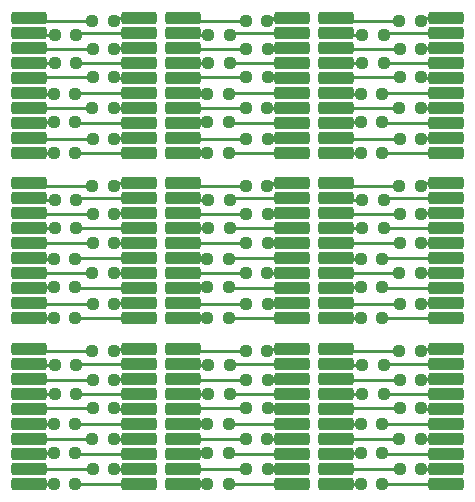
<source format=gtl>
G04 #@! TF.GenerationSoftware,KiCad,Pcbnew,7.0.7*
G04 #@! TF.CreationDate,2023-11-30T18:24:32+01:00*
G04 #@! TF.ProjectId,10K_RNet,31304b5f-524e-4657-942e-6b696361645f,rev?*
G04 #@! TF.SameCoordinates,Original*
G04 #@! TF.FileFunction,Copper,L1,Top*
G04 #@! TF.FilePolarity,Positive*
%FSLAX46Y46*%
G04 Gerber Fmt 4.6, Leading zero omitted, Abs format (unit mm)*
G04 Created by KiCad (PCBNEW 7.0.7) date 2023-11-30 18:24:32*
%MOMM*%
%LPD*%
G01*
G04 APERTURE LIST*
G04 Aperture macros list*
%AMRoundRect*
0 Rectangle with rounded corners*
0 $1 Rounding radius*
0 $2 $3 $4 $5 $6 $7 $8 $9 X,Y pos of 4 corners*
0 Add a 4 corners polygon primitive as box body*
4,1,4,$2,$3,$4,$5,$6,$7,$8,$9,$2,$3,0*
0 Add four circle primitives for the rounded corners*
1,1,$1+$1,$2,$3*
1,1,$1+$1,$4,$5*
1,1,$1+$1,$6,$7*
1,1,$1+$1,$8,$9*
0 Add four rect primitives between the rounded corners*
20,1,$1+$1,$2,$3,$4,$5,0*
20,1,$1+$1,$4,$5,$6,$7,0*
20,1,$1+$1,$6,$7,$8,$9,0*
20,1,$1+$1,$8,$9,$2,$3,0*%
G04 Aperture macros list end*
G04 #@! TA.AperFunction,SMDPad,CuDef*
%ADD10RoundRect,0.237500X-0.250000X-0.237500X0.250000X-0.237500X0.250000X0.237500X-0.250000X0.237500X0*%
G04 #@! TD*
G04 #@! TA.AperFunction,ComponentPad*
%ADD11RoundRect,0.275000X-1.225000X-0.275000X1.225000X-0.275000X1.225000X0.275000X-1.225000X0.275000X0*%
G04 #@! TD*
G04 #@! TA.AperFunction,Conductor*
%ADD12C,0.250000*%
G04 #@! TD*
G04 APERTURE END LIST*
D10*
X90887500Y-71000000D03*
X92712500Y-71000000D03*
X94087500Y-74600000D03*
X95912500Y-74600000D03*
X94037500Y-69800000D03*
X95862500Y-69800000D03*
X90787500Y-76000000D03*
X92612500Y-76000000D03*
X94087500Y-79800000D03*
X95912500Y-79800000D03*
X90887500Y-73400000D03*
X92712500Y-73400000D03*
D11*
X88700000Y-69570000D03*
X88700000Y-72110000D03*
X88700000Y-73380000D03*
X88700000Y-74650000D03*
X88700000Y-75920000D03*
X88700000Y-77190000D03*
X88700000Y-78460000D03*
X88700000Y-79730000D03*
X88700000Y-81000000D03*
X98000000Y-69570000D03*
X98000000Y-70840000D03*
X98000000Y-72110000D03*
X98000000Y-73380000D03*
X98000000Y-74650000D03*
X98000000Y-75920000D03*
X98000000Y-77190000D03*
X98000000Y-78460000D03*
X98000000Y-79730000D03*
X98000000Y-81000000D03*
X88700000Y-70840000D03*
D10*
X94087500Y-72200000D03*
X95912500Y-72200000D03*
X90787500Y-78400000D03*
X92612500Y-78400000D03*
X90787500Y-81000000D03*
X92612500Y-81000000D03*
X94037500Y-77200000D03*
X95862500Y-77200000D03*
X77887500Y-71000000D03*
X79712500Y-71000000D03*
X81087500Y-74600000D03*
X82912500Y-74600000D03*
X81037500Y-69800000D03*
X82862500Y-69800000D03*
X77787500Y-76000000D03*
X79612500Y-76000000D03*
X81087500Y-79800000D03*
X82912500Y-79800000D03*
X77887500Y-73400000D03*
X79712500Y-73400000D03*
D11*
X75700000Y-69570000D03*
X75700000Y-72110000D03*
X75700000Y-73380000D03*
X75700000Y-74650000D03*
X75700000Y-75920000D03*
X75700000Y-77190000D03*
X75700000Y-78460000D03*
X75700000Y-79730000D03*
X75700000Y-81000000D03*
X85000000Y-69570000D03*
X85000000Y-70840000D03*
X85000000Y-72110000D03*
X85000000Y-73380000D03*
X85000000Y-74650000D03*
X85000000Y-75920000D03*
X85000000Y-77190000D03*
X85000000Y-78460000D03*
X85000000Y-79730000D03*
X85000000Y-81000000D03*
X75700000Y-70840000D03*
D10*
X81087500Y-72200000D03*
X82912500Y-72200000D03*
X77787500Y-78400000D03*
X79612500Y-78400000D03*
X77787500Y-81000000D03*
X79612500Y-81000000D03*
X81037500Y-77200000D03*
X82862500Y-77200000D03*
X90887500Y-57000000D03*
X92712500Y-57000000D03*
X94087500Y-60600000D03*
X95912500Y-60600000D03*
X94037500Y-55800000D03*
X95862500Y-55800000D03*
X90787500Y-62000000D03*
X92612500Y-62000000D03*
X94087500Y-65800000D03*
X95912500Y-65800000D03*
X90887500Y-59400000D03*
X92712500Y-59400000D03*
D11*
X88700000Y-55570000D03*
X88700000Y-58110000D03*
X88700000Y-59380000D03*
X88700000Y-60650000D03*
X88700000Y-61920000D03*
X88700000Y-63190000D03*
X88700000Y-64460000D03*
X88700000Y-65730000D03*
X88700000Y-67000000D03*
X98000000Y-55570000D03*
X98000000Y-56840000D03*
X98000000Y-58110000D03*
X98000000Y-59380000D03*
X98000000Y-60650000D03*
X98000000Y-61920000D03*
X98000000Y-63190000D03*
X98000000Y-64460000D03*
X98000000Y-65730000D03*
X98000000Y-67000000D03*
X88700000Y-56840000D03*
D10*
X94087500Y-58200000D03*
X95912500Y-58200000D03*
X90787500Y-64400000D03*
X92612500Y-64400000D03*
X90787500Y-67000000D03*
X92612500Y-67000000D03*
X94037500Y-63200000D03*
X95862500Y-63200000D03*
X77887500Y-57000000D03*
X79712500Y-57000000D03*
X81087500Y-60600000D03*
X82912500Y-60600000D03*
X81037500Y-55800000D03*
X82862500Y-55800000D03*
X77787500Y-62000000D03*
X79612500Y-62000000D03*
X81087500Y-65800000D03*
X82912500Y-65800000D03*
X77887500Y-59400000D03*
X79712500Y-59400000D03*
D11*
X75700000Y-55570000D03*
X75700000Y-58110000D03*
X75700000Y-59380000D03*
X75700000Y-60650000D03*
X75700000Y-61920000D03*
X75700000Y-63190000D03*
X75700000Y-64460000D03*
X75700000Y-65730000D03*
X75700000Y-67000000D03*
X85000000Y-55570000D03*
X85000000Y-56840000D03*
X85000000Y-58110000D03*
X85000000Y-59380000D03*
X85000000Y-60650000D03*
X85000000Y-61920000D03*
X85000000Y-63190000D03*
X85000000Y-64460000D03*
X85000000Y-65730000D03*
X85000000Y-67000000D03*
X75700000Y-56840000D03*
D10*
X81087500Y-58200000D03*
X82912500Y-58200000D03*
X77787500Y-64400000D03*
X79612500Y-64400000D03*
X77787500Y-67000000D03*
X79612500Y-67000000D03*
X81037500Y-63200000D03*
X82862500Y-63200000D03*
X64887500Y-71000000D03*
X66712500Y-71000000D03*
X68087500Y-74600000D03*
X69912500Y-74600000D03*
X68037500Y-69800000D03*
X69862500Y-69800000D03*
X64787500Y-76000000D03*
X66612500Y-76000000D03*
X68087500Y-79800000D03*
X69912500Y-79800000D03*
X64887500Y-73400000D03*
X66712500Y-73400000D03*
D11*
X62700000Y-69570000D03*
X62700000Y-72110000D03*
X62700000Y-73380000D03*
X62700000Y-74650000D03*
X62700000Y-75920000D03*
X62700000Y-77190000D03*
X62700000Y-78460000D03*
X62700000Y-79730000D03*
X62700000Y-81000000D03*
X72000000Y-69570000D03*
X72000000Y-70840000D03*
X72000000Y-72110000D03*
X72000000Y-73380000D03*
X72000000Y-74650000D03*
X72000000Y-75920000D03*
X72000000Y-77190000D03*
X72000000Y-78460000D03*
X72000000Y-79730000D03*
X72000000Y-81000000D03*
X62700000Y-70840000D03*
D10*
X68087500Y-72200000D03*
X69912500Y-72200000D03*
X64787500Y-78400000D03*
X66612500Y-78400000D03*
X64787500Y-81000000D03*
X66612500Y-81000000D03*
X68037500Y-77200000D03*
X69862500Y-77200000D03*
X64887500Y-57000000D03*
X66712500Y-57000000D03*
X68087500Y-60600000D03*
X69912500Y-60600000D03*
X68037500Y-55800000D03*
X69862500Y-55800000D03*
X64787500Y-62000000D03*
X66612500Y-62000000D03*
X68087500Y-65800000D03*
X69912500Y-65800000D03*
X64887500Y-59400000D03*
X66712500Y-59400000D03*
D11*
X62700000Y-55570000D03*
X62700000Y-58110000D03*
X62700000Y-59380000D03*
X62700000Y-60650000D03*
X62700000Y-61920000D03*
X62700000Y-63190000D03*
X62700000Y-64460000D03*
X62700000Y-65730000D03*
X62700000Y-67000000D03*
X72000000Y-55570000D03*
X72000000Y-56840000D03*
X72000000Y-58110000D03*
X72000000Y-59380000D03*
X72000000Y-60650000D03*
X72000000Y-61920000D03*
X72000000Y-63190000D03*
X72000000Y-64460000D03*
X72000000Y-65730000D03*
X72000000Y-67000000D03*
X62700000Y-56840000D03*
D10*
X68087500Y-58200000D03*
X69912500Y-58200000D03*
X64787500Y-64400000D03*
X66612500Y-64400000D03*
X64787500Y-67000000D03*
X66612500Y-67000000D03*
X68037500Y-63200000D03*
X69862500Y-63200000D03*
X90887500Y-43000000D03*
X92712500Y-43000000D03*
X94087500Y-46600000D03*
X95912500Y-46600000D03*
X94037500Y-41800000D03*
X95862500Y-41800000D03*
X90787500Y-48000000D03*
X92612500Y-48000000D03*
X94087500Y-51800000D03*
X95912500Y-51800000D03*
X90887500Y-45400000D03*
X92712500Y-45400000D03*
D11*
X88700000Y-41570000D03*
X88700000Y-44110000D03*
X88700000Y-45380000D03*
X88700000Y-46650000D03*
X88700000Y-47920000D03*
X88700000Y-49190000D03*
X88700000Y-50460000D03*
X88700000Y-51730000D03*
X88700000Y-53000000D03*
X98000000Y-41570000D03*
X98000000Y-42840000D03*
X98000000Y-44110000D03*
X98000000Y-45380000D03*
X98000000Y-46650000D03*
X98000000Y-47920000D03*
X98000000Y-49190000D03*
X98000000Y-50460000D03*
X98000000Y-51730000D03*
X98000000Y-53000000D03*
X88700000Y-42840000D03*
D10*
X94087500Y-44200000D03*
X95912500Y-44200000D03*
X90787500Y-50400000D03*
X92612500Y-50400000D03*
X90787500Y-53000000D03*
X92612500Y-53000000D03*
X94037500Y-49200000D03*
X95862500Y-49200000D03*
X77887500Y-43000000D03*
X79712500Y-43000000D03*
X81087500Y-46600000D03*
X82912500Y-46600000D03*
X81037500Y-41800000D03*
X82862500Y-41800000D03*
X77787500Y-48000000D03*
X79612500Y-48000000D03*
X81087500Y-51800000D03*
X82912500Y-51800000D03*
X77887500Y-45400000D03*
X79712500Y-45400000D03*
D11*
X75700000Y-41570000D03*
X75700000Y-44110000D03*
X75700000Y-45380000D03*
X75700000Y-46650000D03*
X75700000Y-47920000D03*
X75700000Y-49190000D03*
X75700000Y-50460000D03*
X75700000Y-51730000D03*
X75700000Y-53000000D03*
X85000000Y-41570000D03*
X85000000Y-42840000D03*
X85000000Y-44110000D03*
X85000000Y-45380000D03*
X85000000Y-46650000D03*
X85000000Y-47920000D03*
X85000000Y-49190000D03*
X85000000Y-50460000D03*
X85000000Y-51730000D03*
X85000000Y-53000000D03*
X75700000Y-42840000D03*
D10*
X81087500Y-44200000D03*
X82912500Y-44200000D03*
X77787500Y-50400000D03*
X79612500Y-50400000D03*
X77787500Y-53000000D03*
X79612500Y-53000000D03*
X81037500Y-49200000D03*
X82862500Y-49200000D03*
X68037500Y-49200000D03*
X69862500Y-49200000D03*
X64787500Y-53000000D03*
X66612500Y-53000000D03*
X64787500Y-50400000D03*
X66612500Y-50400000D03*
X64887500Y-43000000D03*
X66712500Y-43000000D03*
X68087500Y-44200000D03*
X69912500Y-44200000D03*
X68087500Y-51800000D03*
X69912500Y-51800000D03*
D11*
X62700000Y-41570000D03*
X62700000Y-44110000D03*
X62700000Y-45380000D03*
X62700000Y-46650000D03*
X62700000Y-47920000D03*
X62700000Y-49190000D03*
X62700000Y-50460000D03*
X62700000Y-51730000D03*
X62700000Y-53000000D03*
X72000000Y-41570000D03*
X72000000Y-42840000D03*
X72000000Y-44110000D03*
X72000000Y-45380000D03*
X72000000Y-46650000D03*
X72000000Y-47920000D03*
X72000000Y-49190000D03*
X72000000Y-50460000D03*
X72000000Y-51730000D03*
X72000000Y-53000000D03*
X62700000Y-42840000D03*
D10*
X68037500Y-41800000D03*
X69862500Y-41800000D03*
X64887500Y-45400000D03*
X66712500Y-45400000D03*
X68087500Y-46600000D03*
X69912500Y-46600000D03*
X64787500Y-48000000D03*
X66612500Y-48000000D03*
D12*
X92872500Y-70840000D02*
X92712500Y-71000000D01*
X98000000Y-70840000D02*
X92872500Y-70840000D01*
X97970000Y-69600000D02*
X98000000Y-69570000D01*
X98000000Y-69570000D02*
X96342500Y-69570000D01*
X96342500Y-69570000D02*
X96112500Y-69800000D01*
X90687500Y-81000000D02*
X88700000Y-81000000D01*
X96162500Y-74650000D02*
X96112500Y-74600000D01*
X98000000Y-79730000D02*
X95982500Y-79730000D01*
X98000000Y-77190000D02*
X95922500Y-77190000D01*
X92592500Y-75920000D02*
X92512500Y-76000000D01*
X90687500Y-76000000D02*
X88780000Y-76000000D01*
X88750000Y-74600000D02*
X88700000Y-74650000D01*
X94087500Y-79800000D02*
X88770000Y-79800000D01*
X95922500Y-77190000D02*
X95912500Y-77200000D01*
X96202500Y-72110000D02*
X96112500Y-72200000D01*
X98000000Y-78460000D02*
X92572500Y-78460000D01*
X88760000Y-78400000D02*
X88700000Y-78460000D01*
X88710000Y-77200000D02*
X88700000Y-77190000D01*
X90687500Y-78400000D02*
X88760000Y-78400000D01*
X88770000Y-79800000D02*
X88700000Y-79730000D01*
X88780000Y-76000000D02*
X88700000Y-75920000D01*
X92732500Y-73380000D02*
X92712500Y-73400000D01*
X88790000Y-72200000D02*
X88700000Y-72110000D01*
X98000000Y-73380000D02*
X92732500Y-73380000D01*
X92572500Y-78460000D02*
X92512500Y-78400000D01*
X98000000Y-72110000D02*
X96202500Y-72110000D01*
X98000000Y-75920000D02*
X92592500Y-75920000D01*
X98000000Y-74650000D02*
X96162500Y-74650000D01*
X88720000Y-73400000D02*
X88700000Y-73380000D01*
X88860000Y-71000000D02*
X88700000Y-70840000D01*
X94287500Y-72200000D02*
X88790000Y-72200000D01*
X94287500Y-74600000D02*
X88750000Y-74600000D01*
X90887500Y-71000000D02*
X88860000Y-71000000D01*
X88930000Y-69800000D02*
X88700000Y-69570000D01*
X94087500Y-77200000D02*
X88710000Y-77200000D01*
X98000000Y-81000000D02*
X92512500Y-81000000D01*
X95982500Y-79730000D02*
X95912500Y-79800000D01*
X94287500Y-69800000D02*
X88930000Y-69800000D01*
X90887500Y-73400000D02*
X88720000Y-73400000D01*
X79872500Y-70840000D02*
X79712500Y-71000000D01*
X85000000Y-70840000D02*
X79872500Y-70840000D01*
X84970000Y-69600000D02*
X85000000Y-69570000D01*
X85000000Y-69570000D02*
X83342500Y-69570000D01*
X83342500Y-69570000D02*
X83112500Y-69800000D01*
X77687500Y-81000000D02*
X75700000Y-81000000D01*
X83162500Y-74650000D02*
X83112500Y-74600000D01*
X85000000Y-79730000D02*
X82982500Y-79730000D01*
X85000000Y-77190000D02*
X82922500Y-77190000D01*
X79592500Y-75920000D02*
X79512500Y-76000000D01*
X77687500Y-76000000D02*
X75780000Y-76000000D01*
X75750000Y-74600000D02*
X75700000Y-74650000D01*
X81087500Y-79800000D02*
X75770000Y-79800000D01*
X82922500Y-77190000D02*
X82912500Y-77200000D01*
X83202500Y-72110000D02*
X83112500Y-72200000D01*
X85000000Y-78460000D02*
X79572500Y-78460000D01*
X75760000Y-78400000D02*
X75700000Y-78460000D01*
X75710000Y-77200000D02*
X75700000Y-77190000D01*
X77687500Y-78400000D02*
X75760000Y-78400000D01*
X75770000Y-79800000D02*
X75700000Y-79730000D01*
X75780000Y-76000000D02*
X75700000Y-75920000D01*
X79732500Y-73380000D02*
X79712500Y-73400000D01*
X75790000Y-72200000D02*
X75700000Y-72110000D01*
X85000000Y-73380000D02*
X79732500Y-73380000D01*
X79572500Y-78460000D02*
X79512500Y-78400000D01*
X85000000Y-72110000D02*
X83202500Y-72110000D01*
X85000000Y-75920000D02*
X79592500Y-75920000D01*
X85000000Y-74650000D02*
X83162500Y-74650000D01*
X75720000Y-73400000D02*
X75700000Y-73380000D01*
X75860000Y-71000000D02*
X75700000Y-70840000D01*
X81287500Y-72200000D02*
X75790000Y-72200000D01*
X81287500Y-74600000D02*
X75750000Y-74600000D01*
X77887500Y-71000000D02*
X75860000Y-71000000D01*
X75930000Y-69800000D02*
X75700000Y-69570000D01*
X81087500Y-77200000D02*
X75710000Y-77200000D01*
X85000000Y-81000000D02*
X79512500Y-81000000D01*
X82982500Y-79730000D02*
X82912500Y-79800000D01*
X81287500Y-69800000D02*
X75930000Y-69800000D01*
X77887500Y-73400000D02*
X75720000Y-73400000D01*
X92872500Y-56840000D02*
X92712500Y-57000000D01*
X98000000Y-56840000D02*
X92872500Y-56840000D01*
X97970000Y-55600000D02*
X98000000Y-55570000D01*
X98000000Y-55570000D02*
X96342500Y-55570000D01*
X96342500Y-55570000D02*
X96112500Y-55800000D01*
X90687500Y-67000000D02*
X88700000Y-67000000D01*
X96162500Y-60650000D02*
X96112500Y-60600000D01*
X98000000Y-65730000D02*
X95982500Y-65730000D01*
X98000000Y-63190000D02*
X95922500Y-63190000D01*
X92592500Y-61920000D02*
X92512500Y-62000000D01*
X90687500Y-62000000D02*
X88780000Y-62000000D01*
X88750000Y-60600000D02*
X88700000Y-60650000D01*
X94087500Y-65800000D02*
X88770000Y-65800000D01*
X95922500Y-63190000D02*
X95912500Y-63200000D01*
X96202500Y-58110000D02*
X96112500Y-58200000D01*
X98000000Y-64460000D02*
X92572500Y-64460000D01*
X88760000Y-64400000D02*
X88700000Y-64460000D01*
X88710000Y-63200000D02*
X88700000Y-63190000D01*
X90687500Y-64400000D02*
X88760000Y-64400000D01*
X88770000Y-65800000D02*
X88700000Y-65730000D01*
X88780000Y-62000000D02*
X88700000Y-61920000D01*
X92732500Y-59380000D02*
X92712500Y-59400000D01*
X88790000Y-58200000D02*
X88700000Y-58110000D01*
X98000000Y-59380000D02*
X92732500Y-59380000D01*
X92572500Y-64460000D02*
X92512500Y-64400000D01*
X98000000Y-58110000D02*
X96202500Y-58110000D01*
X98000000Y-61920000D02*
X92592500Y-61920000D01*
X98000000Y-60650000D02*
X96162500Y-60650000D01*
X88720000Y-59400000D02*
X88700000Y-59380000D01*
X88860000Y-57000000D02*
X88700000Y-56840000D01*
X94287500Y-58200000D02*
X88790000Y-58200000D01*
X94287500Y-60600000D02*
X88750000Y-60600000D01*
X90887500Y-57000000D02*
X88860000Y-57000000D01*
X88930000Y-55800000D02*
X88700000Y-55570000D01*
X94087500Y-63200000D02*
X88710000Y-63200000D01*
X98000000Y-67000000D02*
X92512500Y-67000000D01*
X95982500Y-65730000D02*
X95912500Y-65800000D01*
X94287500Y-55800000D02*
X88930000Y-55800000D01*
X90887500Y-59400000D02*
X88720000Y-59400000D01*
X79872500Y-56840000D02*
X79712500Y-57000000D01*
X85000000Y-56840000D02*
X79872500Y-56840000D01*
X84970000Y-55600000D02*
X85000000Y-55570000D01*
X85000000Y-55570000D02*
X83342500Y-55570000D01*
X83342500Y-55570000D02*
X83112500Y-55800000D01*
X77687500Y-67000000D02*
X75700000Y-67000000D01*
X83162500Y-60650000D02*
X83112500Y-60600000D01*
X85000000Y-65730000D02*
X82982500Y-65730000D01*
X85000000Y-63190000D02*
X82922500Y-63190000D01*
X79592500Y-61920000D02*
X79512500Y-62000000D01*
X77687500Y-62000000D02*
X75780000Y-62000000D01*
X75750000Y-60600000D02*
X75700000Y-60650000D01*
X81087500Y-65800000D02*
X75770000Y-65800000D01*
X82922500Y-63190000D02*
X82912500Y-63200000D01*
X83202500Y-58110000D02*
X83112500Y-58200000D01*
X85000000Y-64460000D02*
X79572500Y-64460000D01*
X75760000Y-64400000D02*
X75700000Y-64460000D01*
X75710000Y-63200000D02*
X75700000Y-63190000D01*
X77687500Y-64400000D02*
X75760000Y-64400000D01*
X75770000Y-65800000D02*
X75700000Y-65730000D01*
X75780000Y-62000000D02*
X75700000Y-61920000D01*
X79732500Y-59380000D02*
X79712500Y-59400000D01*
X75790000Y-58200000D02*
X75700000Y-58110000D01*
X85000000Y-59380000D02*
X79732500Y-59380000D01*
X79572500Y-64460000D02*
X79512500Y-64400000D01*
X85000000Y-58110000D02*
X83202500Y-58110000D01*
X85000000Y-61920000D02*
X79592500Y-61920000D01*
X85000000Y-60650000D02*
X83162500Y-60650000D01*
X75720000Y-59400000D02*
X75700000Y-59380000D01*
X75860000Y-57000000D02*
X75700000Y-56840000D01*
X81287500Y-58200000D02*
X75790000Y-58200000D01*
X81287500Y-60600000D02*
X75750000Y-60600000D01*
X77887500Y-57000000D02*
X75860000Y-57000000D01*
X75930000Y-55800000D02*
X75700000Y-55570000D01*
X81087500Y-63200000D02*
X75710000Y-63200000D01*
X85000000Y-67000000D02*
X79512500Y-67000000D01*
X82982500Y-65730000D02*
X82912500Y-65800000D01*
X81287500Y-55800000D02*
X75930000Y-55800000D01*
X77887500Y-59400000D02*
X75720000Y-59400000D01*
X66872500Y-70840000D02*
X66712500Y-71000000D01*
X72000000Y-70840000D02*
X66872500Y-70840000D01*
X71970000Y-69600000D02*
X72000000Y-69570000D01*
X72000000Y-69570000D02*
X70342500Y-69570000D01*
X70342500Y-69570000D02*
X70112500Y-69800000D01*
X64687500Y-81000000D02*
X62700000Y-81000000D01*
X70162500Y-74650000D02*
X70112500Y-74600000D01*
X72000000Y-79730000D02*
X69982500Y-79730000D01*
X72000000Y-77190000D02*
X69922500Y-77190000D01*
X66592500Y-75920000D02*
X66512500Y-76000000D01*
X64687500Y-76000000D02*
X62780000Y-76000000D01*
X62750000Y-74600000D02*
X62700000Y-74650000D01*
X68087500Y-79800000D02*
X62770000Y-79800000D01*
X69922500Y-77190000D02*
X69912500Y-77200000D01*
X70202500Y-72110000D02*
X70112500Y-72200000D01*
X72000000Y-78460000D02*
X66572500Y-78460000D01*
X62760000Y-78400000D02*
X62700000Y-78460000D01*
X62710000Y-77200000D02*
X62700000Y-77190000D01*
X64687500Y-78400000D02*
X62760000Y-78400000D01*
X62770000Y-79800000D02*
X62700000Y-79730000D01*
X62780000Y-76000000D02*
X62700000Y-75920000D01*
X66732500Y-73380000D02*
X66712500Y-73400000D01*
X62790000Y-72200000D02*
X62700000Y-72110000D01*
X72000000Y-73380000D02*
X66732500Y-73380000D01*
X66572500Y-78460000D02*
X66512500Y-78400000D01*
X72000000Y-72110000D02*
X70202500Y-72110000D01*
X72000000Y-75920000D02*
X66592500Y-75920000D01*
X72000000Y-74650000D02*
X70162500Y-74650000D01*
X62720000Y-73400000D02*
X62700000Y-73380000D01*
X62860000Y-71000000D02*
X62700000Y-70840000D01*
X68287500Y-72200000D02*
X62790000Y-72200000D01*
X68287500Y-74600000D02*
X62750000Y-74600000D01*
X64887500Y-71000000D02*
X62860000Y-71000000D01*
X62930000Y-69800000D02*
X62700000Y-69570000D01*
X68087500Y-77200000D02*
X62710000Y-77200000D01*
X72000000Y-81000000D02*
X66512500Y-81000000D01*
X69982500Y-79730000D02*
X69912500Y-79800000D01*
X68287500Y-69800000D02*
X62930000Y-69800000D01*
X64887500Y-73400000D02*
X62720000Y-73400000D01*
X66872500Y-56840000D02*
X66712500Y-57000000D01*
X72000000Y-56840000D02*
X66872500Y-56840000D01*
X71970000Y-55600000D02*
X72000000Y-55570000D01*
X72000000Y-55570000D02*
X70342500Y-55570000D01*
X70342500Y-55570000D02*
X70112500Y-55800000D01*
X64687500Y-67000000D02*
X62700000Y-67000000D01*
X70162500Y-60650000D02*
X70112500Y-60600000D01*
X72000000Y-65730000D02*
X69982500Y-65730000D01*
X72000000Y-63190000D02*
X69922500Y-63190000D01*
X66592500Y-61920000D02*
X66512500Y-62000000D01*
X64687500Y-62000000D02*
X62780000Y-62000000D01*
X62750000Y-60600000D02*
X62700000Y-60650000D01*
X68087500Y-65800000D02*
X62770000Y-65800000D01*
X69922500Y-63190000D02*
X69912500Y-63200000D01*
X70202500Y-58110000D02*
X70112500Y-58200000D01*
X72000000Y-64460000D02*
X66572500Y-64460000D01*
X62760000Y-64400000D02*
X62700000Y-64460000D01*
X62710000Y-63200000D02*
X62700000Y-63190000D01*
X64687500Y-64400000D02*
X62760000Y-64400000D01*
X62770000Y-65800000D02*
X62700000Y-65730000D01*
X62780000Y-62000000D02*
X62700000Y-61920000D01*
X66732500Y-59380000D02*
X66712500Y-59400000D01*
X62790000Y-58200000D02*
X62700000Y-58110000D01*
X72000000Y-59380000D02*
X66732500Y-59380000D01*
X66572500Y-64460000D02*
X66512500Y-64400000D01*
X72000000Y-58110000D02*
X70202500Y-58110000D01*
X72000000Y-61920000D02*
X66592500Y-61920000D01*
X72000000Y-60650000D02*
X70162500Y-60650000D01*
X62720000Y-59400000D02*
X62700000Y-59380000D01*
X62860000Y-57000000D02*
X62700000Y-56840000D01*
X68287500Y-58200000D02*
X62790000Y-58200000D01*
X68287500Y-60600000D02*
X62750000Y-60600000D01*
X64887500Y-57000000D02*
X62860000Y-57000000D01*
X62930000Y-55800000D02*
X62700000Y-55570000D01*
X68087500Y-63200000D02*
X62710000Y-63200000D01*
X72000000Y-67000000D02*
X66512500Y-67000000D01*
X69982500Y-65730000D02*
X69912500Y-65800000D01*
X68287500Y-55800000D02*
X62930000Y-55800000D01*
X64887500Y-59400000D02*
X62720000Y-59400000D01*
X92872500Y-42840000D02*
X92712500Y-43000000D01*
X98000000Y-42840000D02*
X92872500Y-42840000D01*
X97970000Y-41600000D02*
X98000000Y-41570000D01*
X98000000Y-41570000D02*
X96342500Y-41570000D01*
X96342500Y-41570000D02*
X96112500Y-41800000D01*
X90687500Y-53000000D02*
X88700000Y-53000000D01*
X96162500Y-46650000D02*
X96112500Y-46600000D01*
X98000000Y-51730000D02*
X95982500Y-51730000D01*
X98000000Y-49190000D02*
X95922500Y-49190000D01*
X92592500Y-47920000D02*
X92512500Y-48000000D01*
X90687500Y-48000000D02*
X88780000Y-48000000D01*
X88750000Y-46600000D02*
X88700000Y-46650000D01*
X94087500Y-51800000D02*
X88770000Y-51800000D01*
X95922500Y-49190000D02*
X95912500Y-49200000D01*
X96202500Y-44110000D02*
X96112500Y-44200000D01*
X98000000Y-50460000D02*
X92572500Y-50460000D01*
X88760000Y-50400000D02*
X88700000Y-50460000D01*
X88710000Y-49200000D02*
X88700000Y-49190000D01*
X90687500Y-50400000D02*
X88760000Y-50400000D01*
X88770000Y-51800000D02*
X88700000Y-51730000D01*
X88780000Y-48000000D02*
X88700000Y-47920000D01*
X92732500Y-45380000D02*
X92712500Y-45400000D01*
X88790000Y-44200000D02*
X88700000Y-44110000D01*
X98000000Y-45380000D02*
X92732500Y-45380000D01*
X92572500Y-50460000D02*
X92512500Y-50400000D01*
X98000000Y-44110000D02*
X96202500Y-44110000D01*
X98000000Y-47920000D02*
X92592500Y-47920000D01*
X98000000Y-46650000D02*
X96162500Y-46650000D01*
X88720000Y-45400000D02*
X88700000Y-45380000D01*
X88860000Y-43000000D02*
X88700000Y-42840000D01*
X94287500Y-44200000D02*
X88790000Y-44200000D01*
X94287500Y-46600000D02*
X88750000Y-46600000D01*
X90887500Y-43000000D02*
X88860000Y-43000000D01*
X88930000Y-41800000D02*
X88700000Y-41570000D01*
X94087500Y-49200000D02*
X88710000Y-49200000D01*
X98000000Y-53000000D02*
X92512500Y-53000000D01*
X95982500Y-51730000D02*
X95912500Y-51800000D01*
X94287500Y-41800000D02*
X88930000Y-41800000D01*
X90887500Y-45400000D02*
X88720000Y-45400000D01*
X79872500Y-42840000D02*
X79712500Y-43000000D01*
X85000000Y-42840000D02*
X79872500Y-42840000D01*
X84970000Y-41600000D02*
X85000000Y-41570000D01*
X85000000Y-41570000D02*
X83342500Y-41570000D01*
X83342500Y-41570000D02*
X83112500Y-41800000D01*
X77687500Y-53000000D02*
X75700000Y-53000000D01*
X83162500Y-46650000D02*
X83112500Y-46600000D01*
X85000000Y-51730000D02*
X82982500Y-51730000D01*
X85000000Y-49190000D02*
X82922500Y-49190000D01*
X79592500Y-47920000D02*
X79512500Y-48000000D01*
X77687500Y-48000000D02*
X75780000Y-48000000D01*
X75750000Y-46600000D02*
X75700000Y-46650000D01*
X81087500Y-51800000D02*
X75770000Y-51800000D01*
X82922500Y-49190000D02*
X82912500Y-49200000D01*
X83202500Y-44110000D02*
X83112500Y-44200000D01*
X85000000Y-50460000D02*
X79572500Y-50460000D01*
X75760000Y-50400000D02*
X75700000Y-50460000D01*
X75710000Y-49200000D02*
X75700000Y-49190000D01*
X77687500Y-50400000D02*
X75760000Y-50400000D01*
X75770000Y-51800000D02*
X75700000Y-51730000D01*
X75780000Y-48000000D02*
X75700000Y-47920000D01*
X79732500Y-45380000D02*
X79712500Y-45400000D01*
X75790000Y-44200000D02*
X75700000Y-44110000D01*
X85000000Y-45380000D02*
X79732500Y-45380000D01*
X79572500Y-50460000D02*
X79512500Y-50400000D01*
X85000000Y-44110000D02*
X83202500Y-44110000D01*
X85000000Y-47920000D02*
X79592500Y-47920000D01*
X85000000Y-46650000D02*
X83162500Y-46650000D01*
X75720000Y-45400000D02*
X75700000Y-45380000D01*
X75860000Y-43000000D02*
X75700000Y-42840000D01*
X81287500Y-44200000D02*
X75790000Y-44200000D01*
X81287500Y-46600000D02*
X75750000Y-46600000D01*
X77887500Y-43000000D02*
X75860000Y-43000000D01*
X75930000Y-41800000D02*
X75700000Y-41570000D01*
X81087500Y-49200000D02*
X75710000Y-49200000D01*
X85000000Y-53000000D02*
X79512500Y-53000000D01*
X82982500Y-51730000D02*
X82912500Y-51800000D01*
X81287500Y-41800000D02*
X75930000Y-41800000D01*
X77887500Y-45400000D02*
X75720000Y-45400000D01*
X72000000Y-41570000D02*
X70342500Y-41570000D01*
X70342500Y-41570000D02*
X70112500Y-41800000D01*
X71970000Y-41600000D02*
X72000000Y-41570000D01*
X72000000Y-42840000D02*
X66872500Y-42840000D01*
X66872500Y-42840000D02*
X66712500Y-43000000D01*
X70202500Y-44110000D02*
X70112500Y-44200000D01*
X72000000Y-44110000D02*
X70202500Y-44110000D01*
X72000000Y-45380000D02*
X66732500Y-45380000D01*
X66732500Y-45380000D02*
X66712500Y-45400000D01*
X72000000Y-46650000D02*
X70162500Y-46650000D01*
X70162500Y-46650000D02*
X70112500Y-46600000D01*
X66592500Y-47920000D02*
X66512500Y-48000000D01*
X72000000Y-47920000D02*
X66592500Y-47920000D01*
X69922500Y-49190000D02*
X69912500Y-49200000D01*
X72000000Y-49190000D02*
X69922500Y-49190000D01*
X72000000Y-50460000D02*
X66572500Y-50460000D01*
X66572500Y-50460000D02*
X66512500Y-50400000D01*
X72000000Y-51730000D02*
X69982500Y-51730000D01*
X69982500Y-51730000D02*
X69912500Y-51800000D01*
X72000000Y-53000000D02*
X66512500Y-53000000D01*
X64687500Y-53000000D02*
X62700000Y-53000000D01*
X62930000Y-41800000D02*
X62700000Y-41570000D01*
X62780000Y-48000000D02*
X62700000Y-47920000D01*
X64887500Y-45400000D02*
X62720000Y-45400000D01*
X68087500Y-49200000D02*
X62710000Y-49200000D01*
X64687500Y-50400000D02*
X62760000Y-50400000D01*
X64887500Y-43000000D02*
X62860000Y-43000000D01*
X64687500Y-48000000D02*
X62780000Y-48000000D01*
X68287500Y-44200000D02*
X62790000Y-44200000D01*
X62790000Y-44200000D02*
X62700000Y-44110000D01*
X62770000Y-51800000D02*
X62700000Y-51730000D01*
X62710000Y-49200000D02*
X62700000Y-49190000D01*
X62760000Y-50400000D02*
X62700000Y-50460000D01*
X68087500Y-51800000D02*
X62770000Y-51800000D01*
X68287500Y-46600000D02*
X62750000Y-46600000D01*
X62860000Y-43000000D02*
X62700000Y-42840000D01*
X62720000Y-45400000D02*
X62700000Y-45380000D01*
X68287500Y-41800000D02*
X62930000Y-41800000D01*
X62750000Y-46600000D02*
X62700000Y-46650000D01*
M02*

</source>
